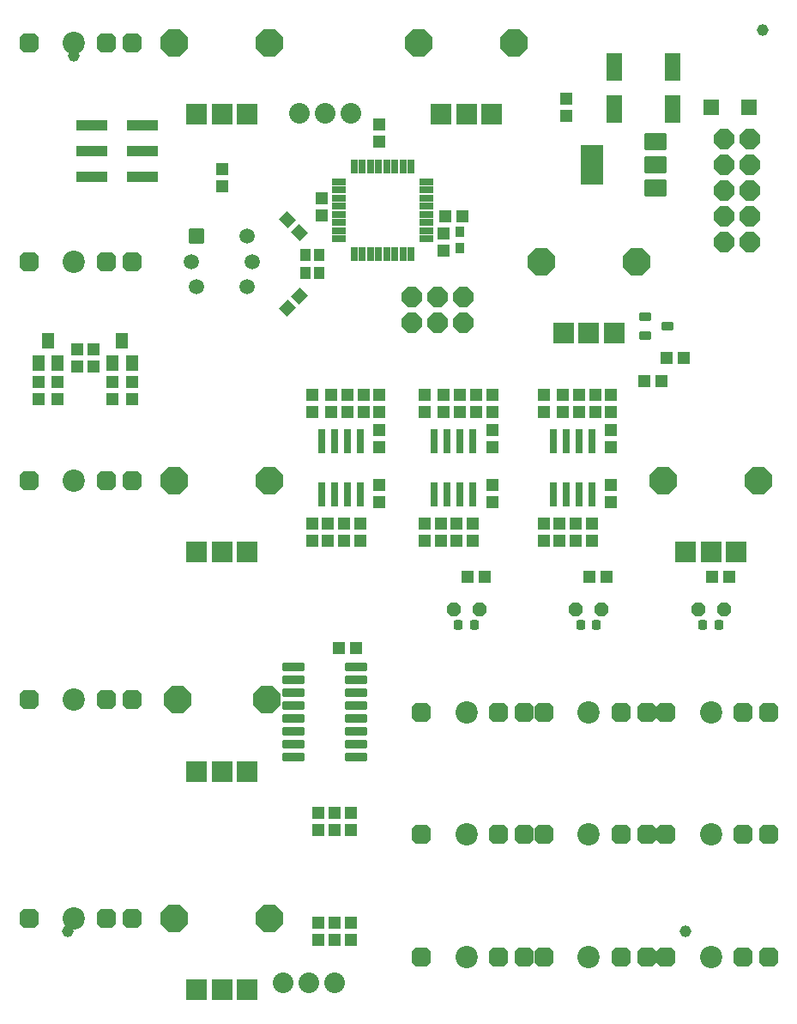
<source format=gbr>
%TF.GenerationSoftware,KiCad,Pcbnew,(6.0.11-0)*%
%TF.CreationDate,2023-03-06T22:39:13+01:00*%
%TF.ProjectId,grids,67726964-732e-46b6-9963-61645f706362,rev?*%
%TF.SameCoordinates,Original*%
%TF.FileFunction,Soldermask,Top*%
%TF.FilePolarity,Negative*%
%FSLAX46Y46*%
G04 Gerber Fmt 4.6, Leading zero omitted, Abs format (unit mm)*
G04 Created by KiCad (PCBNEW (6.0.11-0)) date 2023-03-06 22:39:13*
%MOMM*%
%LPD*%
G01*
G04 APERTURE LIST*
G04 Aperture macros list*
%AMRoundRect*
0 Rectangle with rounded corners*
0 $1 Rounding radius*
0 $2 $3 $4 $5 $6 $7 $8 $9 X,Y pos of 4 corners*
0 Add a 4 corners polygon primitive as box body*
4,1,4,$2,$3,$4,$5,$6,$7,$8,$9,$2,$3,0*
0 Add four circle primitives for the rounded corners*
1,1,$1+$1,$2,$3*
1,1,$1+$1,$4,$5*
1,1,$1+$1,$6,$7*
1,1,$1+$1,$8,$9*
0 Add four rect primitives between the rounded corners*
20,1,$1+$1,$2,$3,$4,$5,0*
20,1,$1+$1,$4,$5,$6,$7,0*
20,1,$1+$1,$6,$7,$8,$9,0*
20,1,$1+$1,$8,$9,$2,$3,0*%
%AMFreePoly0*
4,1,25,0.493480,0.947373,0.498382,0.942882,0.942882,0.498382,0.964910,0.451141,0.965200,0.444500,0.965200,-0.444500,0.947373,-0.493480,0.942882,-0.498382,0.498382,-0.942882,0.451141,-0.964910,0.444500,-0.965200,-0.444500,-0.965200,-0.493480,-0.947373,-0.498382,-0.942882,-0.942882,-0.498382,-0.964910,-0.451141,-0.965200,-0.444500,-0.965200,0.444500,-0.947373,0.493480,-0.942882,0.498382,
-0.498382,0.942882,-0.451141,0.964910,-0.444500,0.965200,0.444500,0.965200,0.493480,0.947373,0.493480,0.947373,$1*%
%AMFreePoly1*
4,1,25,0.575031,1.328373,0.579933,1.323882,1.323882,0.579933,1.345910,0.532692,1.346200,0.526051,1.346200,-0.526051,1.328373,-0.575031,1.323882,-0.579933,0.579933,-1.323882,0.532692,-1.345910,0.526051,-1.346200,-0.526051,-1.346200,-0.575031,-1.328373,-0.579933,-1.323882,-1.323882,-0.579933,-1.345910,-0.532692,-1.346200,-0.526051,-1.346200,0.526051,-1.328373,0.575031,-1.323882,0.579933,
-0.579933,1.323882,-0.532692,1.345910,-0.526051,1.346200,0.526051,1.346200,0.575031,1.328373,0.575031,1.328373,$1*%
%AMFreePoly2*
4,1,25,0.301485,0.667973,0.306387,0.663482,0.663482,0.306387,0.685510,0.259146,0.685800,0.252505,0.685800,-0.252505,0.667973,-0.301485,0.663482,-0.306387,0.306387,-0.663482,0.259146,-0.685510,0.252505,-0.685800,-0.252505,-0.685800,-0.301485,-0.667973,-0.306387,-0.663482,-0.663482,-0.306387,-0.685510,-0.259146,-0.685800,-0.252505,-0.685800,0.252505,-0.667973,0.301485,-0.663482,0.306387,
-0.306387,0.663482,-0.259146,0.685510,-0.252505,0.685800,0.252505,0.685800,0.301485,0.667973,0.301485,0.667973,$1*%
%AMFreePoly3*
4,1,25,0.438258,0.998173,0.443160,0.993682,0.993682,0.443160,1.015710,0.395919,1.016000,0.389278,1.016000,-0.389278,0.998173,-0.438258,0.993682,-0.443160,0.443160,-0.993682,0.395919,-1.015710,0.389278,-1.016000,-0.389278,-1.016000,-0.438258,-0.998173,-0.443160,-0.993682,-0.993682,-0.443160,-1.015710,-0.395919,-1.016000,-0.389278,-1.016000,0.389278,-0.998173,0.438258,-0.993682,0.443160,
-0.443160,0.993682,-0.395919,1.015710,-0.389278,1.016000,0.389278,1.016000,0.438258,0.998173,0.438258,0.998173,$1*%
G04 Aperture macros list end*
%ADD10RoundRect,0.076200X-1.016000X0.330200X-1.016000X-0.330200X1.016000X-0.330200X1.016000X0.330200X0*%
%ADD11RoundRect,0.076200X-0.550000X0.500000X-0.550000X-0.500000X0.550000X-0.500000X0.550000X0.500000X0*%
%ADD12RoundRect,0.076200X0.550000X-0.500000X0.550000X0.500000X-0.550000X0.500000X-0.550000X-0.500000X0*%
%ADD13C,2.200000*%
%ADD14FreePoly0,90.000000*%
%ADD15RoundRect,0.076200X-0.550000X-0.500000X0.550000X-0.500000X0.550000X0.500000X-0.550000X0.500000X0*%
%ADD16RoundRect,0.076200X0.500000X-0.550000X0.500000X0.550000X-0.500000X0.550000X-0.500000X-0.550000X0*%
%ADD17RoundRect,0.076200X0.500000X0.550000X-0.500000X0.550000X-0.500000X-0.550000X0.500000X-0.550000X0*%
%ADD18RoundRect,0.076200X-0.500000X0.550000X-0.500000X-0.550000X0.500000X-0.550000X0.500000X0.550000X0*%
%ADD19RoundRect,0.076200X0.550000X0.500000X-0.550000X0.500000X-0.550000X-0.500000X0.550000X-0.500000X0*%
%ADD20RoundRect,0.076200X-0.700000X1.300000X-0.700000X-1.300000X0.700000X-1.300000X0.700000X1.300000X0*%
%ADD21RoundRect,0.076200X-0.500000X0.350000X-0.500000X-0.350000X0.500000X-0.350000X0.500000X0.350000X0*%
%ADD22RoundRect,0.076200X-0.700000X-0.700000X0.700000X-0.700000X0.700000X0.700000X-0.700000X0.700000X0*%
%ADD23RoundRect,0.076200X0.939800X-0.939800X0.939800X0.939800X-0.939800X0.939800X-0.939800X-0.939800X0*%
%ADD24FreePoly1,90.000000*%
%ADD25RoundRect,0.076200X-0.300000X-1.100000X0.300000X-1.100000X0.300000X1.100000X-0.300000X1.100000X0*%
%ADD26RoundRect,0.076200X-0.500000X-0.700000X0.500000X-0.700000X0.500000X0.700000X-0.500000X0.700000X0*%
%ADD27RoundRect,0.576200X0.000000X0.000000X0.000000X0.000000X0.000000X0.000000X0.000000X0.000000X0*%
%ADD28R,3.150000X1.000000*%
%ADD29RoundRect,0.076200X-0.635000X-0.279400X0.635000X-0.279400X0.635000X0.279400X-0.635000X0.279400X0*%
%ADD30RoundRect,0.076200X-0.279400X-0.635000X0.279400X-0.635000X0.279400X0.635000X-0.279400X0.635000X0*%
%ADD31RoundRect,0.076200X-0.500000X-0.550000X0.500000X-0.550000X0.500000X0.550000X-0.500000X0.550000X0*%
%ADD32RoundRect,0.076200X-0.035355X-0.742462X0.742462X0.035355X0.035355X0.742462X-0.742462X-0.035355X0*%
%ADD33FreePoly2,180.000000*%
%ADD34RoundRect,0.076200X1.003300X-0.749300X1.003300X0.749300X-1.003300X0.749300X-1.003300X-0.749300X0*%
%ADD35RoundRect,0.076200X1.003300X-1.905000X1.003300X1.905000X-1.003300X1.905000X-1.003300X-1.905000X0*%
%ADD36RoundRect,0.076200X0.350000X-0.425000X0.350000X0.425000X-0.350000X0.425000X-0.350000X-0.425000X0*%
%ADD37R,1.000000X1.150000*%
%ADD38RoundRect,0.218750X-0.218750X-0.256250X0.218750X-0.256250X0.218750X0.256250X-0.218750X0.256250X0*%
%ADD39RoundRect,0.076200X-0.742462X0.035355X0.035355X-0.742462X0.742462X-0.035355X-0.035355X0.742462X0*%
%ADD40C,1.502400*%
%ADD41RoundRect,0.076200X0.675000X-0.675000X0.675000X0.675000X-0.675000X0.675000X-0.675000X-0.675000X0*%
%ADD42C,2.032000*%
%ADD43FreePoly3,0.000000*%
%ADD44FreePoly3,270.000000*%
G04 APERTURE END LIST*
D10*
%TO.C,IC6*%
X139405200Y-121513600D03*
X139405200Y-122783600D03*
X139405200Y-124053600D03*
X139405200Y-125323600D03*
X139405200Y-126593600D03*
X139405200Y-127863600D03*
X139405200Y-129133600D03*
X139405200Y-130403600D03*
X145552000Y-130403600D03*
X145552000Y-129133600D03*
X145552000Y-127863600D03*
X145552000Y-126593600D03*
X145552000Y-125323600D03*
X145552000Y-124053600D03*
X145552000Y-122783600D03*
X145552000Y-121513600D03*
%TD*%
D11*
%TO.C,R21*%
X170736100Y-94628600D03*
X170736100Y-96328600D03*
%TD*%
D12*
%TO.C,R22*%
X147876100Y-99821100D03*
X147876100Y-98121100D03*
%TD*%
D13*
%TO.C,J4*%
X117713600Y-124688600D03*
D14*
X123428600Y-124688600D03*
X120888600Y-124688600D03*
X113268600Y-124688600D03*
%TD*%
D11*
%TO.C,R48*%
X143431100Y-146698600D03*
X143431100Y-148398600D03*
%TD*%
D13*
%TO.C,J13*%
X168513600Y-150088600D03*
D14*
X174228600Y-150088600D03*
X171688600Y-150088600D03*
X164068600Y-150088600D03*
%TD*%
D15*
%TO.C,C8*%
X174013600Y-93256100D03*
X175713600Y-93256100D03*
%TD*%
D16*
%TO.C,C11*%
X152321100Y-96328600D03*
X152321100Y-94628600D03*
%TD*%
D13*
%TO.C,J9*%
X168513600Y-138023600D03*
D14*
X174228600Y-138023600D03*
X171688600Y-138023600D03*
X164068600Y-138023600D03*
%TD*%
D13*
%TO.C,J8*%
X156448600Y-138023600D03*
D14*
X162163600Y-138023600D03*
X159623600Y-138023600D03*
X152003600Y-138023600D03*
%TD*%
D17*
%TO.C,R8*%
X177936100Y-91033600D03*
X176236100Y-91033600D03*
%TD*%
D18*
%TO.C,C17*%
X164068600Y-107328600D03*
X164068600Y-109028600D03*
%TD*%
D19*
%TO.C,C18*%
X145551100Y-119608600D03*
X143851100Y-119608600D03*
%TD*%
D20*
%TO.C,C1*%
X171053600Y-66413600D03*
X171053600Y-62313600D03*
%TD*%
D16*
%TO.C,C9*%
X141208600Y-96328600D03*
X141208600Y-94628600D03*
%TD*%
D11*
%TO.C,R18*%
X158988600Y-94628600D03*
X158988600Y-96328600D03*
%TD*%
D12*
%TO.C,R19*%
X167561100Y-96328600D03*
X167561100Y-94628600D03*
%TD*%
D13*
%TO.C,J6*%
X168513600Y-125958600D03*
D14*
X174228600Y-125958600D03*
X171688600Y-125958600D03*
X164068600Y-125958600D03*
%TD*%
D21*
%TO.C,IC2*%
X174081100Y-86908600D03*
X174081100Y-88808600D03*
X176281100Y-87858600D03*
%TD*%
D16*
%TO.C,C13*%
X164068600Y-96328600D03*
X164068600Y-94628600D03*
%TD*%
%TO.C,C12*%
X154226100Y-96328600D03*
X154226100Y-94628600D03*
%TD*%
D11*
%TO.C,R33*%
X153908600Y-107328600D03*
X153908600Y-109028600D03*
%TD*%
D22*
%TO.C,D1*%
X184383600Y-66268600D03*
X180583600Y-66268600D03*
%TD*%
D23*
%TO.C,R1*%
X134818600Y-66918600D03*
X132318600Y-66918600D03*
X129818600Y-66918600D03*
D24*
X137018600Y-59918600D03*
X127618600Y-59918600D03*
%TD*%
D11*
%TO.C,R20*%
X169148600Y-94628600D03*
X169148600Y-96328600D03*
%TD*%
%TO.C,R49*%
X145018600Y-146698600D03*
X145018600Y-148398600D03*
%TD*%
D23*
%TO.C,R42*%
X134818600Y-131788600D03*
X132318600Y-131788600D03*
X129818600Y-131788600D03*
D24*
X136718600Y-124688600D03*
X127918600Y-124688600D03*
%TD*%
D25*
%TO.C,IC5*%
X165021100Y-104428600D03*
X166291100Y-104428600D03*
X167561100Y-104428600D03*
X168831100Y-104428600D03*
X168831100Y-99228600D03*
X167561100Y-99228600D03*
X166291100Y-99228600D03*
X165021100Y-99228600D03*
%TD*%
D12*
%TO.C,R38*%
X168831100Y-109028600D03*
X168831100Y-107328600D03*
%TD*%
D16*
%TO.C,C10*%
X143113600Y-96328600D03*
X143113600Y-94628600D03*
%TD*%
D25*
%TO.C,IC3*%
X142161100Y-104428600D03*
X143431100Y-104428600D03*
X144701100Y-104428600D03*
X145971100Y-104428600D03*
X145971100Y-99228600D03*
X144701100Y-99228600D03*
X143431100Y-99228600D03*
X142161100Y-99228600D03*
%TD*%
D12*
%TO.C,R10*%
X116126100Y-95058600D03*
X116126100Y-93358600D03*
%TD*%
D26*
%TO.C,Q3*%
X121526100Y-91498600D03*
X122476100Y-89298600D03*
X123426100Y-91498600D03*
%TD*%
D20*
%TO.C,C19*%
X176768600Y-66413600D03*
X176768600Y-62313600D03*
%TD*%
D26*
%TO.C,Q2*%
X114223600Y-91498600D03*
X115173600Y-89298600D03*
X116123600Y-91498600D03*
%TD*%
D27*
%TO.C,F3*%
X117078600Y-147548600D03*
%TD*%
D28*
%TO.C,J17*%
X124525000Y-73150000D03*
X119475000Y-73150000D03*
X124525000Y-70610000D03*
X119475000Y-70610000D03*
X124525000Y-68070000D03*
X119475000Y-68070000D03*
%TD*%
D13*
%TO.C,J10*%
X180578600Y-138023600D03*
D14*
X186293600Y-138023600D03*
X183753600Y-138023600D03*
X176133600Y-138023600D03*
%TD*%
D12*
%TO.C,R24*%
X170736100Y-99821100D03*
X170736100Y-98121100D03*
%TD*%
D13*
%TO.C,J3*%
X117713600Y-103098600D03*
D14*
X123428600Y-103098600D03*
X120888600Y-103098600D03*
X113268600Y-103098600D03*
%TD*%
D25*
%TO.C,IC4*%
X153273600Y-104428600D03*
X154543600Y-104428600D03*
X155813600Y-104428600D03*
X157083600Y-104428600D03*
X157083600Y-99228600D03*
X155813600Y-99228600D03*
X154543600Y-99228600D03*
X153273600Y-99228600D03*
%TD*%
D11*
%TO.C,R6*%
X119618600Y-90183600D03*
X119618600Y-91883600D03*
%TD*%
%TO.C,R36*%
X165656100Y-107328600D03*
X165656100Y-109028600D03*
%TD*%
D12*
%TO.C,R3*%
X147876100Y-69658600D03*
X147876100Y-67958600D03*
%TD*%
%TO.C,R34*%
X155496100Y-109028600D03*
X155496100Y-107328600D03*
%TD*%
D29*
%TO.C,IC1*%
X143901000Y-73628600D03*
X143901000Y-74428600D03*
X143901000Y-75228600D03*
X143901000Y-76028600D03*
X143901000Y-76828600D03*
X143901000Y-77628600D03*
X143901000Y-78428600D03*
X143901000Y-79228600D03*
D30*
X145393600Y-80721200D03*
X146193600Y-80721200D03*
X146993600Y-80721200D03*
X147793600Y-80721200D03*
X148593600Y-80721200D03*
X149393600Y-80721200D03*
X150193600Y-80721200D03*
X150993600Y-80721200D03*
D29*
X152486200Y-79228600D03*
X152486200Y-78428600D03*
X152486200Y-77628600D03*
X152486200Y-76828600D03*
X152486200Y-76028600D03*
X152486200Y-75228600D03*
X152486200Y-74428600D03*
X152486200Y-73628600D03*
D30*
X150993600Y-72136000D03*
X150193600Y-72136000D03*
X149393600Y-72136000D03*
X148593600Y-72136000D03*
X147793600Y-72136000D03*
X146993600Y-72136000D03*
X146193600Y-72136000D03*
X145393600Y-72136000D03*
%TD*%
D31*
%TO.C,R41*%
X180681100Y-112623600D03*
X182381100Y-112623600D03*
%TD*%
D23*
%TO.C,R2*%
X158948600Y-66918600D03*
X156448600Y-66918600D03*
X153948600Y-66918600D03*
D24*
X161148600Y-59918600D03*
X151748600Y-59918600D03*
%TD*%
D32*
%TO.C,C7*%
X138797918Y-86101041D03*
X140000000Y-84898959D03*
%TD*%
D12*
%TO.C,R32*%
X145971100Y-109028600D03*
X145971100Y-107328600D03*
%TD*%
D33*
%TO.C,LED2*%
X157718600Y-115798600D03*
X155178600Y-115798600D03*
%TD*%
D11*
%TO.C,R15*%
X147876100Y-94628600D03*
X147876100Y-96328600D03*
%TD*%
%TO.C,R43*%
X141843600Y-135903600D03*
X141843600Y-137603600D03*
%TD*%
%TO.C,R45*%
X145018600Y-135903600D03*
X145018600Y-137603600D03*
%TD*%
D18*
%TO.C,C6*%
X154226100Y-78753600D03*
X154226100Y-80453600D03*
%TD*%
D13*
%TO.C,J7*%
X180578600Y-125958600D03*
D14*
X186293600Y-125958600D03*
X183753600Y-125958600D03*
X176133600Y-125958600D03*
%TD*%
D16*
%TO.C,C3*%
X142161100Y-76961100D03*
X142161100Y-75261100D03*
%TD*%
D12*
%TO.C,R23*%
X158988600Y-99821100D03*
X158988600Y-98121100D03*
%TD*%
D11*
%TO.C,R4*%
X132318600Y-72403600D03*
X132318600Y-74103600D03*
%TD*%
%TO.C,R17*%
X157401100Y-94628600D03*
X157401100Y-96328600D03*
%TD*%
%TO.C,R29*%
X170736100Y-103518600D03*
X170736100Y-105218600D03*
%TD*%
D34*
%TO.C,IC7*%
X175155700Y-74244200D03*
X175155700Y-71958200D03*
X175155700Y-69672200D03*
D35*
X168856500Y-71983600D03*
%TD*%
D12*
%TO.C,R12*%
X123428600Y-95058600D03*
X123428600Y-93358600D03*
%TD*%
%TO.C,R37*%
X167243600Y-109028600D03*
X167243600Y-107328600D03*
%TD*%
D13*
%TO.C,J11*%
X117713600Y-146278600D03*
D14*
X123428600Y-146278600D03*
X120888600Y-146278600D03*
X113268600Y-146278600D03*
%TD*%
D11*
%TO.C,R30*%
X142796100Y-107328600D03*
X142796100Y-109028600D03*
%TD*%
D18*
%TO.C,C15*%
X141208600Y-107328600D03*
X141208600Y-109028600D03*
%TD*%
D12*
%TO.C,R35*%
X157083600Y-109028600D03*
X157083600Y-107328600D03*
%TD*%
D27*
%TO.C,F2*%
X117713600Y-61188600D03*
%TD*%
D11*
%TO.C,R47*%
X141843600Y-146698600D03*
X141843600Y-148398600D03*
%TD*%
D13*
%TO.C,J1*%
X117713600Y-59918600D03*
D14*
X123428600Y-59918600D03*
X120888600Y-59918600D03*
X113268600Y-59918600D03*
%TD*%
D12*
%TO.C,R16*%
X155813600Y-96328600D03*
X155813600Y-94628600D03*
%TD*%
D36*
%TO.C,L1*%
X155813600Y-80186100D03*
X155813600Y-78586100D03*
%TD*%
D11*
%TO.C,R28*%
X158988600Y-103518600D03*
X158988600Y-105218600D03*
%TD*%
D16*
%TO.C,C4*%
X166291100Y-67118600D03*
X166291100Y-65418600D03*
%TD*%
D13*
%TO.C,J5*%
X156448600Y-125958600D03*
D14*
X162163600Y-125958600D03*
X159623600Y-125958600D03*
X152003600Y-125958600D03*
%TD*%
D37*
%TO.C,Q1*%
X141950000Y-82625000D03*
X141950000Y-80875000D03*
X140550000Y-80875000D03*
X140550000Y-82625000D03*
%TD*%
D33*
%TO.C,LED3*%
X169783600Y-115798600D03*
X167243600Y-115798600D03*
%TD*%
D23*
%TO.C,R25*%
X134818600Y-110098600D03*
X132318600Y-110098600D03*
X129818600Y-110098600D03*
D24*
X137018600Y-103098600D03*
X127618600Y-103098600D03*
%TD*%
D12*
%TO.C,R31*%
X144383600Y-109028600D03*
X144383600Y-107328600D03*
%TD*%
D13*
%TO.C,J14*%
X180578600Y-150088600D03*
D14*
X186293600Y-150088600D03*
X183753600Y-150088600D03*
X176133600Y-150088600D03*
%TD*%
D38*
%TO.C,D2*%
X179791100Y-117322600D03*
X181366100Y-117322600D03*
%TD*%
%TO.C,D4*%
X155661100Y-117322600D03*
X157236100Y-117322600D03*
%TD*%
D16*
%TO.C,C14*%
X165973600Y-96328600D03*
X165973600Y-94628600D03*
%TD*%
D27*
%TO.C,F1*%
X185658600Y-58648600D03*
%TD*%
D23*
%TO.C,R46*%
X134818600Y-153278600D03*
X132318600Y-153278600D03*
X129818600Y-153278600D03*
D24*
X137018600Y-146278600D03*
X127618600Y-146278600D03*
%TD*%
D11*
%TO.C,R27*%
X147876100Y-103518600D03*
X147876100Y-105218600D03*
%TD*%
D15*
%TO.C,C5*%
X154328600Y-77063600D03*
X156028600Y-77063600D03*
%TD*%
D11*
%TO.C,R44*%
X143431100Y-135903600D03*
X143431100Y-137603600D03*
%TD*%
D13*
%TO.C,J2*%
X117713600Y-81508600D03*
D14*
X123428600Y-81508600D03*
X120888600Y-81508600D03*
X113268600Y-81508600D03*
%TD*%
D11*
%TO.C,R7*%
X118031100Y-90183600D03*
X118031100Y-91883600D03*
%TD*%
D12*
%TO.C,R13*%
X144701100Y-96328600D03*
X144701100Y-94628600D03*
%TD*%
D38*
%TO.C,D3*%
X167726100Y-117322600D03*
X169301100Y-117322600D03*
%TD*%
D23*
%TO.C,R5*%
X171013600Y-88508600D03*
X168513600Y-88508600D03*
X166013600Y-88508600D03*
D24*
X173213600Y-81508600D03*
X163813600Y-81508600D03*
%TD*%
D31*
%TO.C,R40*%
X168616100Y-112623600D03*
X170316100Y-112623600D03*
%TD*%
D11*
%TO.C,R14*%
X146288600Y-94628600D03*
X146288600Y-96328600D03*
%TD*%
D27*
%TO.C,F4*%
X178038600Y-147548600D03*
%TD*%
D18*
%TO.C,C16*%
X152321100Y-107328600D03*
X152321100Y-109028600D03*
%TD*%
D33*
%TO.C,LED4*%
X181848600Y-115798600D03*
X179308600Y-115798600D03*
%TD*%
D23*
%TO.C,R26*%
X183078600Y-110098600D03*
X180578600Y-110098600D03*
X178078600Y-110098600D03*
D24*
X185278600Y-103098600D03*
X175878600Y-103098600D03*
%TD*%
D11*
%TO.C,R11*%
X121523600Y-93358600D03*
X121523600Y-95058600D03*
%TD*%
D13*
%TO.C,J12*%
X156448600Y-150088600D03*
D14*
X162163600Y-150088600D03*
X159623600Y-150088600D03*
X152003600Y-150088600D03*
%TD*%
D31*
%TO.C,R39*%
X156551100Y-112623600D03*
X158251100Y-112623600D03*
%TD*%
D39*
%TO.C,C2*%
X138797918Y-77398959D03*
X140000000Y-78601041D03*
%TD*%
D11*
%TO.C,R9*%
X114221100Y-93358600D03*
X114221100Y-95058600D03*
%TD*%
D40*
%TO.C,SW1*%
X134818600Y-79000000D03*
X134818600Y-84000000D03*
D41*
X129818600Y-79000000D03*
D40*
X129318600Y-81500000D03*
X135318600Y-81500000D03*
X129818600Y-84000000D03*
%TD*%
D42*
%TO.C,JP1*%
X138351100Y-152628600D03*
X140891100Y-152628600D03*
X143431100Y-152628600D03*
%TD*%
D43*
%TO.C,J15*%
X151051100Y-85001100D03*
X151051100Y-87541100D03*
X153591100Y-85001100D03*
X153591100Y-87541100D03*
X156131100Y-85001100D03*
X156131100Y-87541100D03*
%TD*%
D44*
%TO.C,J16*%
X184388600Y-69443600D03*
X181848600Y-69443600D03*
X184388600Y-71983600D03*
X181848600Y-71983600D03*
X184388600Y-74523600D03*
X181848600Y-74523600D03*
X184388600Y-77063600D03*
X181848600Y-77063600D03*
X184388600Y-79603600D03*
X181848600Y-79603600D03*
%TD*%
D42*
%TO.C,JP2*%
X145018600Y-66903600D03*
X142478600Y-66903600D03*
X139938600Y-66903600D03*
%TD*%
M02*

</source>
